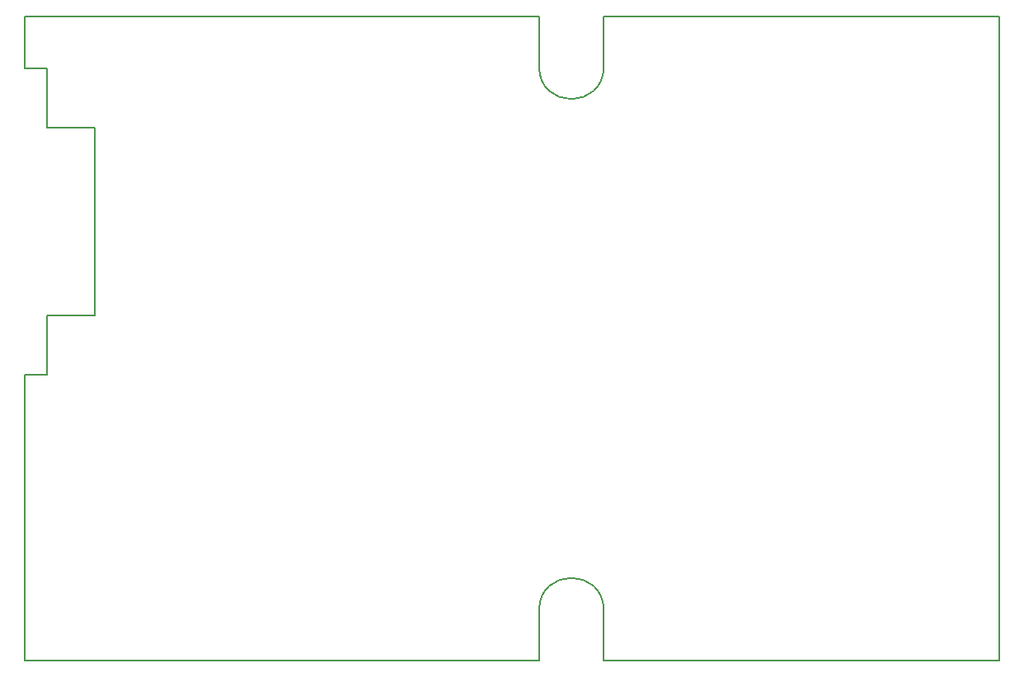
<source format=gm1>
G04 #@! TF.GenerationSoftware,KiCad,Pcbnew,5.1.12*
G04 #@! TF.CreationDate,2023-02-14T20:37:59-07:00*
G04 #@! TF.ProjectId,RetroWiFiModem,52657472-6f57-4694-9669-4d6f64656d2e,0.3*
G04 #@! TF.SameCoordinates,Original*
G04 #@! TF.FileFunction,Profile,NP*
%FSLAX46Y46*%
G04 Gerber Fmt 4.6, Leading zero omitted, Abs format (unit mm)*
G04 Created by KiCad (PCBNEW 5.1.12) date 2023-02-14 20:37:59*
%MOMM*%
%LPD*%
G01*
G04 APERTURE LIST*
G04 #@! TA.AperFunction,Profile*
%ADD10C,0.150000*%
G04 #@! TD*
G04 APERTURE END LIST*
D10*
X109700000Y-75830000D02*
X162485000Y-75830000D01*
X162485000Y-75830000D02*
X162485000Y-80975000D01*
X162485000Y-80975000D02*
G75*
G03*
X169115000Y-80975000I3315000J0D01*
G01*
X169115000Y-80975000D02*
X169115000Y-75830000D01*
X169115000Y-75830000D02*
X209700000Y-75830000D01*
X209700000Y-75830000D02*
X209700000Y-141970000D01*
X209700000Y-141970000D02*
X169115000Y-141970000D01*
X169115000Y-141970000D02*
X169115000Y-136825000D01*
X169115000Y-136825000D02*
G75*
G03*
X162485000Y-136825000I-3315000J0D01*
G01*
X162485000Y-136825000D02*
X162485000Y-141970000D01*
X162485000Y-141970000D02*
X109700000Y-141970000D01*
X109700000Y-141970000D02*
X109700000Y-112629000D01*
X109700000Y-112629000D02*
X111980600Y-112629000D01*
X111980600Y-112629000D02*
X111980600Y-106498900D01*
X111980600Y-106498900D02*
X116832000Y-106498900D01*
X116832000Y-106498900D02*
X116832000Y-87271100D01*
X116832000Y-87271100D02*
X111980600Y-87271100D01*
X111980600Y-87271100D02*
X111980600Y-81141000D01*
X111980600Y-81141000D02*
X109700000Y-81141000D01*
X109700000Y-81141000D02*
X109700000Y-75830000D01*
M02*

</source>
